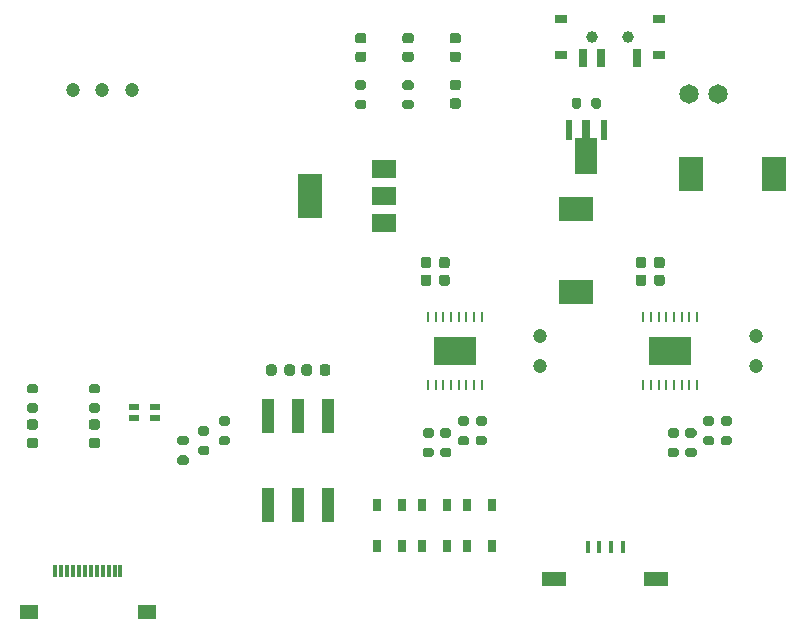
<source format=gbr>
%TF.GenerationSoftware,KiCad,Pcbnew,(5.1.10)-1*%
%TF.CreationDate,2022-02-04T20:39:48+09:00*%
%TF.ProjectId,Power,506f7765-722e-46b6-9963-61645f706362,rev?*%
%TF.SameCoordinates,Original*%
%TF.FileFunction,Soldermask,Top*%
%TF.FilePolarity,Negative*%
%FSLAX46Y46*%
G04 Gerber Fmt 4.6, Leading zero omitted, Abs format (unit mm)*
G04 Created by KiCad (PCBNEW (5.1.10)-1) date 2022-02-04 20:39:48*
%MOMM*%
%LPD*%
G01*
G04 APERTURE LIST*
%ADD10C,1.200000*%
%ADD11R,1.000000X0.800000*%
%ADD12C,1.000000*%
%ADD13R,0.700000X1.500000*%
%ADD14R,0.580000X1.730000*%
%ADD15R,0.760000X1.500000*%
%ADD16R,1.933000X3.030000*%
%ADD17R,2.000000X3.000000*%
%ADD18R,3.000000X2.000000*%
%ADD19R,0.850000X0.500000*%
%ADD20C,1.650000*%
%ADD21R,2.000000X1.300000*%
%ADD22R,0.400000X1.000000*%
%ADD23R,1.000000X3.000000*%
%ADD24R,0.650000X1.050000*%
%ADD25R,2.000000X3.800000*%
%ADD26R,2.000000X1.500000*%
%ADD27R,3.550000X2.460000*%
%ADD28R,0.290000X0.970000*%
%ADD29R,0.300000X1.000000*%
%ADD30R,1.650000X1.300000*%
G04 APERTURE END LIST*
D10*
%TO.C,J5*%
X30750000Y-3250000D03*
X30750000Y-750000D03*
%TD*%
D11*
%TO.C,SW1*%
X22550000Y23100000D03*
X22550000Y26100000D03*
X14250000Y26100000D03*
X14250000Y23100000D03*
D12*
X19900000Y24600000D03*
X16900000Y24600000D03*
D13*
X20650000Y22850000D03*
X17650000Y22850000D03*
X16150000Y22850000D03*
%TD*%
D14*
%TO.C,Q1*%
X14900000Y16692500D03*
D15*
X16400000Y16807500D03*
D14*
X17900000Y16692500D03*
D16*
X16400000Y14542500D03*
%TD*%
D17*
%TO.C,C15*%
X32250000Y13000000D03*
X25250000Y13000000D03*
%TD*%
D18*
%TO.C,C17*%
X15500000Y3000000D03*
X15500000Y10000000D03*
%TD*%
%TO.C,C7*%
G36*
G01*
X-6825000Y-3350000D02*
X-6825000Y-3850000D01*
G75*
G02*
X-7050000Y-4075000I-225000J0D01*
G01*
X-7500000Y-4075000D01*
G75*
G02*
X-7725000Y-3850000I0J225000D01*
G01*
X-7725000Y-3350000D01*
G75*
G02*
X-7500000Y-3125000I225000J0D01*
G01*
X-7050000Y-3125000D01*
G75*
G02*
X-6825000Y-3350000I0J-225000D01*
G01*
G37*
G36*
G01*
X-5275000Y-3350000D02*
X-5275000Y-3850000D01*
G75*
G02*
X-5500000Y-4075000I-225000J0D01*
G01*
X-5950000Y-4075000D01*
G75*
G02*
X-6175000Y-3850000I0J225000D01*
G01*
X-6175000Y-3350000D01*
G75*
G02*
X-5950000Y-3125000I225000J0D01*
G01*
X-5500000Y-3125000D01*
G75*
G02*
X-5275000Y-3350000I0J-225000D01*
G01*
G37*
%TD*%
%TO.C,C10*%
G36*
G01*
X-9175000Y-3850000D02*
X-9175000Y-3350000D01*
G75*
G02*
X-8950000Y-3125000I225000J0D01*
G01*
X-8500000Y-3125000D01*
G75*
G02*
X-8275000Y-3350000I0J-225000D01*
G01*
X-8275000Y-3850000D01*
G75*
G02*
X-8500000Y-4075000I-225000J0D01*
G01*
X-8950000Y-4075000D01*
G75*
G02*
X-9175000Y-3850000I0J225000D01*
G01*
G37*
G36*
G01*
X-10725000Y-3850000D02*
X-10725000Y-3350000D01*
G75*
G02*
X-10500000Y-3125000I225000J0D01*
G01*
X-10050000Y-3125000D01*
G75*
G02*
X-9825000Y-3350000I0J-225000D01*
G01*
X-9825000Y-3850000D01*
G75*
G02*
X-10050000Y-4075000I-225000J0D01*
G01*
X-10500000Y-4075000D01*
G75*
G02*
X-10725000Y-3850000I0J225000D01*
G01*
G37*
%TD*%
%TO.C,C14*%
G36*
G01*
X23025000Y5750000D02*
X23025000Y5250000D01*
G75*
G02*
X22800000Y5025000I-225000J0D01*
G01*
X22350000Y5025000D01*
G75*
G02*
X22125000Y5250000I0J225000D01*
G01*
X22125000Y5750000D01*
G75*
G02*
X22350000Y5975000I225000J0D01*
G01*
X22800000Y5975000D01*
G75*
G02*
X23025000Y5750000I0J-225000D01*
G01*
G37*
G36*
G01*
X21475000Y5750000D02*
X21475000Y5250000D01*
G75*
G02*
X21250000Y5025000I-225000J0D01*
G01*
X20800000Y5025000D01*
G75*
G02*
X20575000Y5250000I0J225000D01*
G01*
X20575000Y5750000D01*
G75*
G02*
X20800000Y5975000I225000J0D01*
G01*
X21250000Y5975000D01*
G75*
G02*
X21475000Y5750000I0J-225000D01*
G01*
G37*
%TD*%
%TO.C,C16*%
G36*
G01*
X4825000Y5750000D02*
X4825000Y5250000D01*
G75*
G02*
X4600000Y5025000I-225000J0D01*
G01*
X4150000Y5025000D01*
G75*
G02*
X3925000Y5250000I0J225000D01*
G01*
X3925000Y5750000D01*
G75*
G02*
X4150000Y5975000I225000J0D01*
G01*
X4600000Y5975000D01*
G75*
G02*
X4825000Y5750000I0J-225000D01*
G01*
G37*
G36*
G01*
X3275000Y5750000D02*
X3275000Y5250000D01*
G75*
G02*
X3050000Y5025000I-225000J0D01*
G01*
X2600000Y5025000D01*
G75*
G02*
X2375000Y5250000I0J225000D01*
G01*
X2375000Y5750000D01*
G75*
G02*
X2600000Y5975000I225000J0D01*
G01*
X3050000Y5975000D01*
G75*
G02*
X3275000Y5750000I0J-225000D01*
G01*
G37*
%TD*%
%TO.C,C18*%
G36*
G01*
X21475000Y4250000D02*
X21475000Y3750000D01*
G75*
G02*
X21250000Y3525000I-225000J0D01*
G01*
X20800000Y3525000D01*
G75*
G02*
X20575000Y3750000I0J225000D01*
G01*
X20575000Y4250000D01*
G75*
G02*
X20800000Y4475000I225000J0D01*
G01*
X21250000Y4475000D01*
G75*
G02*
X21475000Y4250000I0J-225000D01*
G01*
G37*
G36*
G01*
X23025000Y4250000D02*
X23025000Y3750000D01*
G75*
G02*
X22800000Y3525000I-225000J0D01*
G01*
X22350000Y3525000D01*
G75*
G02*
X22125000Y3750000I0J225000D01*
G01*
X22125000Y4250000D01*
G75*
G02*
X22350000Y4475000I225000J0D01*
G01*
X22800000Y4475000D01*
G75*
G02*
X23025000Y4250000I0J-225000D01*
G01*
G37*
%TD*%
%TO.C,C19*%
G36*
G01*
X4825000Y4250000D02*
X4825000Y3750000D01*
G75*
G02*
X4600000Y3525000I-225000J0D01*
G01*
X4150000Y3525000D01*
G75*
G02*
X3925000Y3750000I0J225000D01*
G01*
X3925000Y4250000D01*
G75*
G02*
X4150000Y4475000I225000J0D01*
G01*
X4600000Y4475000D01*
G75*
G02*
X4825000Y4250000I0J-225000D01*
G01*
G37*
G36*
G01*
X3275000Y4250000D02*
X3275000Y3750000D01*
G75*
G02*
X3050000Y3525000I-225000J0D01*
G01*
X2600000Y3525000D01*
G75*
G02*
X2375000Y3750000I0J225000D01*
G01*
X2375000Y4250000D01*
G75*
G02*
X2600000Y4475000I225000J0D01*
G01*
X3050000Y4475000D01*
G75*
G02*
X3275000Y4250000I0J-225000D01*
G01*
G37*
%TD*%
%TO.C,D2*%
G36*
G01*
X5043750Y23350000D02*
X5556250Y23350000D01*
G75*
G02*
X5775000Y23131250I0J-218750D01*
G01*
X5775000Y22693750D01*
G75*
G02*
X5556250Y22475000I-218750J0D01*
G01*
X5043750Y22475000D01*
G75*
G02*
X4825000Y22693750I0J218750D01*
G01*
X4825000Y23131250D01*
G75*
G02*
X5043750Y23350000I218750J0D01*
G01*
G37*
G36*
G01*
X5043750Y24925000D02*
X5556250Y24925000D01*
G75*
G02*
X5775000Y24706250I0J-218750D01*
G01*
X5775000Y24268750D01*
G75*
G02*
X5556250Y24050000I-218750J0D01*
G01*
X5043750Y24050000D01*
G75*
G02*
X4825000Y24268750I0J218750D01*
G01*
X4825000Y24706250D01*
G75*
G02*
X5043750Y24925000I218750J0D01*
G01*
G37*
%TD*%
%TO.C,D3*%
G36*
G01*
X1043750Y23350000D02*
X1556250Y23350000D01*
G75*
G02*
X1775000Y23131250I0J-218750D01*
G01*
X1775000Y22693750D01*
G75*
G02*
X1556250Y22475000I-218750J0D01*
G01*
X1043750Y22475000D01*
G75*
G02*
X825000Y22693750I0J218750D01*
G01*
X825000Y23131250D01*
G75*
G02*
X1043750Y23350000I218750J0D01*
G01*
G37*
G36*
G01*
X1043750Y24925000D02*
X1556250Y24925000D01*
G75*
G02*
X1775000Y24706250I0J-218750D01*
G01*
X1775000Y24268750D01*
G75*
G02*
X1556250Y24050000I-218750J0D01*
G01*
X1043750Y24050000D01*
G75*
G02*
X825000Y24268750I0J218750D01*
G01*
X825000Y24706250D01*
G75*
G02*
X1043750Y24925000I218750J0D01*
G01*
G37*
%TD*%
%TO.C,D4*%
G36*
G01*
X-2956250Y24925000D02*
X-2443750Y24925000D01*
G75*
G02*
X-2225000Y24706250I0J-218750D01*
G01*
X-2225000Y24268750D01*
G75*
G02*
X-2443750Y24050000I-218750J0D01*
G01*
X-2956250Y24050000D01*
G75*
G02*
X-3175000Y24268750I0J218750D01*
G01*
X-3175000Y24706250D01*
G75*
G02*
X-2956250Y24925000I218750J0D01*
G01*
G37*
G36*
G01*
X-2956250Y23350000D02*
X-2443750Y23350000D01*
G75*
G02*
X-2225000Y23131250I0J-218750D01*
G01*
X-2225000Y22693750D01*
G75*
G02*
X-2443750Y22475000I-218750J0D01*
G01*
X-2956250Y22475000D01*
G75*
G02*
X-3175000Y22693750I0J218750D01*
G01*
X-3175000Y23131250D01*
G75*
G02*
X-2956250Y23350000I218750J0D01*
G01*
G37*
%TD*%
D19*
%TO.C,D5*%
X-21875000Y-6700000D03*
X-20125000Y-6700000D03*
X-20125000Y-7700000D03*
X-21875000Y-7700000D03*
%TD*%
%TO.C,D6*%
G36*
G01*
X-24993750Y-8650000D02*
X-25506250Y-8650000D01*
G75*
G02*
X-25725000Y-8431250I0J218750D01*
G01*
X-25725000Y-7993750D01*
G75*
G02*
X-25506250Y-7775000I218750J0D01*
G01*
X-24993750Y-7775000D01*
G75*
G02*
X-24775000Y-7993750I0J-218750D01*
G01*
X-24775000Y-8431250D01*
G75*
G02*
X-24993750Y-8650000I-218750J0D01*
G01*
G37*
G36*
G01*
X-24993750Y-10225000D02*
X-25506250Y-10225000D01*
G75*
G02*
X-25725000Y-10006250I0J218750D01*
G01*
X-25725000Y-9568750D01*
G75*
G02*
X-25506250Y-9350000I218750J0D01*
G01*
X-24993750Y-9350000D01*
G75*
G02*
X-24775000Y-9568750I0J-218750D01*
G01*
X-24775000Y-10006250D01*
G75*
G02*
X-24993750Y-10225000I-218750J0D01*
G01*
G37*
%TD*%
%TO.C,D7*%
G36*
G01*
X-30243750Y-10225000D02*
X-30756250Y-10225000D01*
G75*
G02*
X-30975000Y-10006250I0J218750D01*
G01*
X-30975000Y-9568750D01*
G75*
G02*
X-30756250Y-9350000I218750J0D01*
G01*
X-30243750Y-9350000D01*
G75*
G02*
X-30025000Y-9568750I0J-218750D01*
G01*
X-30025000Y-10006250D01*
G75*
G02*
X-30243750Y-10225000I-218750J0D01*
G01*
G37*
G36*
G01*
X-30243750Y-8650000D02*
X-30756250Y-8650000D01*
G75*
G02*
X-30975000Y-8431250I0J218750D01*
G01*
X-30975000Y-7993750D01*
G75*
G02*
X-30756250Y-7775000I218750J0D01*
G01*
X-30243750Y-7775000D01*
G75*
G02*
X-30025000Y-7993750I0J-218750D01*
G01*
X-30025000Y-8431250D01*
G75*
G02*
X-30243750Y-8650000I-218750J0D01*
G01*
G37*
%TD*%
D20*
%TO.C,J1*%
X25050000Y19800000D03*
X27550000Y19800000D03*
%TD*%
D10*
%TO.C,J2*%
X-22100000Y20100000D03*
X-24600000Y20100000D03*
X-27100000Y20100000D03*
%TD*%
D21*
%TO.C,J3*%
X13700000Y-21290000D03*
X22300000Y-21290000D03*
D22*
X16500000Y-18590000D03*
X17500000Y-18590000D03*
X18500000Y-18590000D03*
X19500000Y-18590000D03*
%TD*%
D10*
%TO.C,J6*%
X12500000Y-750000D03*
X12500000Y-3250000D03*
%TD*%
%TO.C,R1*%
G36*
G01*
X15975000Y19275000D02*
X15975000Y18725000D01*
G75*
G02*
X15775000Y18525000I-200000J0D01*
G01*
X15375000Y18525000D01*
G75*
G02*
X15175000Y18725000I0J200000D01*
G01*
X15175000Y19275000D01*
G75*
G02*
X15375000Y19475000I200000J0D01*
G01*
X15775000Y19475000D01*
G75*
G02*
X15975000Y19275000I0J-200000D01*
G01*
G37*
G36*
G01*
X17625000Y19275000D02*
X17625000Y18725000D01*
G75*
G02*
X17425000Y18525000I-200000J0D01*
G01*
X17025000Y18525000D01*
G75*
G02*
X16825000Y18725000I0J200000D01*
G01*
X16825000Y19275000D01*
G75*
G02*
X17025000Y19475000I200000J0D01*
G01*
X17425000Y19475000D01*
G75*
G02*
X17625000Y19275000I0J-200000D01*
G01*
G37*
%TD*%
%TO.C,R2*%
G36*
G01*
X5556250Y18525000D02*
X5043750Y18525000D01*
G75*
G02*
X4825000Y18743750I0J218750D01*
G01*
X4825000Y19181250D01*
G75*
G02*
X5043750Y19400000I218750J0D01*
G01*
X5556250Y19400000D01*
G75*
G02*
X5775000Y19181250I0J-218750D01*
G01*
X5775000Y18743750D01*
G75*
G02*
X5556250Y18525000I-218750J0D01*
G01*
G37*
G36*
G01*
X5556250Y20100000D02*
X5043750Y20100000D01*
G75*
G02*
X4825000Y20318750I0J218750D01*
G01*
X4825000Y20756250D01*
G75*
G02*
X5043750Y20975000I218750J0D01*
G01*
X5556250Y20975000D01*
G75*
G02*
X5775000Y20756250I0J-218750D01*
G01*
X5775000Y20318750D01*
G75*
G02*
X5556250Y20100000I-218750J0D01*
G01*
G37*
%TD*%
%TO.C,R3*%
G36*
G01*
X1575000Y20125000D02*
X1025000Y20125000D01*
G75*
G02*
X825000Y20325000I0J200000D01*
G01*
X825000Y20725000D01*
G75*
G02*
X1025000Y20925000I200000J0D01*
G01*
X1575000Y20925000D01*
G75*
G02*
X1775000Y20725000I0J-200000D01*
G01*
X1775000Y20325000D01*
G75*
G02*
X1575000Y20125000I-200000J0D01*
G01*
G37*
G36*
G01*
X1575000Y18475000D02*
X1025000Y18475000D01*
G75*
G02*
X825000Y18675000I0J200000D01*
G01*
X825000Y19075000D01*
G75*
G02*
X1025000Y19275000I200000J0D01*
G01*
X1575000Y19275000D01*
G75*
G02*
X1775000Y19075000I0J-200000D01*
G01*
X1775000Y18675000D01*
G75*
G02*
X1575000Y18475000I-200000J0D01*
G01*
G37*
%TD*%
%TO.C,R4*%
G36*
G01*
X-2425000Y18475000D02*
X-2975000Y18475000D01*
G75*
G02*
X-3175000Y18675000I0J200000D01*
G01*
X-3175000Y19075000D01*
G75*
G02*
X-2975000Y19275000I200000J0D01*
G01*
X-2425000Y19275000D01*
G75*
G02*
X-2225000Y19075000I0J-200000D01*
G01*
X-2225000Y18675000D01*
G75*
G02*
X-2425000Y18475000I-200000J0D01*
G01*
G37*
G36*
G01*
X-2425000Y20125000D02*
X-2975000Y20125000D01*
G75*
G02*
X-3175000Y20325000I0J200000D01*
G01*
X-3175000Y20725000D01*
G75*
G02*
X-2975000Y20925000I200000J0D01*
G01*
X-2425000Y20925000D01*
G75*
G02*
X-2225000Y20725000I0J-200000D01*
G01*
X-2225000Y20325000D01*
G75*
G02*
X-2425000Y20125000I-200000J0D01*
G01*
G37*
%TD*%
%TO.C,R8*%
G36*
G01*
X24025000Y-9325000D02*
X23475000Y-9325000D01*
G75*
G02*
X23275000Y-9125000I0J200000D01*
G01*
X23275000Y-8725000D01*
G75*
G02*
X23475000Y-8525000I200000J0D01*
G01*
X24025000Y-8525000D01*
G75*
G02*
X24225000Y-8725000I0J-200000D01*
G01*
X24225000Y-9125000D01*
G75*
G02*
X24025000Y-9325000I-200000J0D01*
G01*
G37*
G36*
G01*
X24025000Y-10975000D02*
X23475000Y-10975000D01*
G75*
G02*
X23275000Y-10775000I0J200000D01*
G01*
X23275000Y-10375000D01*
G75*
G02*
X23475000Y-10175000I200000J0D01*
G01*
X24025000Y-10175000D01*
G75*
G02*
X24225000Y-10375000I0J-200000D01*
G01*
X24225000Y-10775000D01*
G75*
G02*
X24025000Y-10975000I-200000J0D01*
G01*
G37*
%TD*%
%TO.C,R9*%
G36*
G01*
X3275000Y-9325000D02*
X2725000Y-9325000D01*
G75*
G02*
X2525000Y-9125000I0J200000D01*
G01*
X2525000Y-8725000D01*
G75*
G02*
X2725000Y-8525000I200000J0D01*
G01*
X3275000Y-8525000D01*
G75*
G02*
X3475000Y-8725000I0J-200000D01*
G01*
X3475000Y-9125000D01*
G75*
G02*
X3275000Y-9325000I-200000J0D01*
G01*
G37*
G36*
G01*
X3275000Y-10975000D02*
X2725000Y-10975000D01*
G75*
G02*
X2525000Y-10775000I0J200000D01*
G01*
X2525000Y-10375000D01*
G75*
G02*
X2725000Y-10175000I200000J0D01*
G01*
X3275000Y-10175000D01*
G75*
G02*
X3475000Y-10375000I0J-200000D01*
G01*
X3475000Y-10775000D01*
G75*
G02*
X3275000Y-10975000I-200000J0D01*
G01*
G37*
%TD*%
%TO.C,R10*%
G36*
G01*
X4775000Y-10975000D02*
X4225000Y-10975000D01*
G75*
G02*
X4025000Y-10775000I0J200000D01*
G01*
X4025000Y-10375000D01*
G75*
G02*
X4225000Y-10175000I200000J0D01*
G01*
X4775000Y-10175000D01*
G75*
G02*
X4975000Y-10375000I0J-200000D01*
G01*
X4975000Y-10775000D01*
G75*
G02*
X4775000Y-10975000I-200000J0D01*
G01*
G37*
G36*
G01*
X4775000Y-9325000D02*
X4225000Y-9325000D01*
G75*
G02*
X4025000Y-9125000I0J200000D01*
G01*
X4025000Y-8725000D01*
G75*
G02*
X4225000Y-8525000I200000J0D01*
G01*
X4775000Y-8525000D01*
G75*
G02*
X4975000Y-8725000I0J-200000D01*
G01*
X4975000Y-9125000D01*
G75*
G02*
X4775000Y-9325000I-200000J0D01*
G01*
G37*
%TD*%
%TO.C,R11*%
G36*
G01*
X-25525000Y-6425000D02*
X-24975000Y-6425000D01*
G75*
G02*
X-24775000Y-6625000I0J-200000D01*
G01*
X-24775000Y-7025000D01*
G75*
G02*
X-24975000Y-7225000I-200000J0D01*
G01*
X-25525000Y-7225000D01*
G75*
G02*
X-25725000Y-7025000I0J200000D01*
G01*
X-25725000Y-6625000D01*
G75*
G02*
X-25525000Y-6425000I200000J0D01*
G01*
G37*
G36*
G01*
X-25525000Y-4775000D02*
X-24975000Y-4775000D01*
G75*
G02*
X-24775000Y-4975000I0J-200000D01*
G01*
X-24775000Y-5375000D01*
G75*
G02*
X-24975000Y-5575000I-200000J0D01*
G01*
X-25525000Y-5575000D01*
G75*
G02*
X-25725000Y-5375000I0J200000D01*
G01*
X-25725000Y-4975000D01*
G75*
G02*
X-25525000Y-4775000I200000J0D01*
G01*
G37*
%TD*%
%TO.C,R12*%
G36*
G01*
X-30775000Y-4775000D02*
X-30225000Y-4775000D01*
G75*
G02*
X-30025000Y-4975000I0J-200000D01*
G01*
X-30025000Y-5375000D01*
G75*
G02*
X-30225000Y-5575000I-200000J0D01*
G01*
X-30775000Y-5575000D01*
G75*
G02*
X-30975000Y-5375000I0J200000D01*
G01*
X-30975000Y-4975000D01*
G75*
G02*
X-30775000Y-4775000I200000J0D01*
G01*
G37*
G36*
G01*
X-30775000Y-6425000D02*
X-30225000Y-6425000D01*
G75*
G02*
X-30025000Y-6625000I0J-200000D01*
G01*
X-30025000Y-7025000D01*
G75*
G02*
X-30225000Y-7225000I-200000J0D01*
G01*
X-30775000Y-7225000D01*
G75*
G02*
X-30975000Y-7025000I0J200000D01*
G01*
X-30975000Y-6625000D01*
G75*
G02*
X-30775000Y-6425000I200000J0D01*
G01*
G37*
%TD*%
%TO.C,R13*%
G36*
G01*
X25525000Y-9325000D02*
X24975000Y-9325000D01*
G75*
G02*
X24775000Y-9125000I0J200000D01*
G01*
X24775000Y-8725000D01*
G75*
G02*
X24975000Y-8525000I200000J0D01*
G01*
X25525000Y-8525000D01*
G75*
G02*
X25725000Y-8725000I0J-200000D01*
G01*
X25725000Y-9125000D01*
G75*
G02*
X25525000Y-9325000I-200000J0D01*
G01*
G37*
G36*
G01*
X25525000Y-10975000D02*
X24975000Y-10975000D01*
G75*
G02*
X24775000Y-10775000I0J200000D01*
G01*
X24775000Y-10375000D01*
G75*
G02*
X24975000Y-10175000I200000J0D01*
G01*
X25525000Y-10175000D01*
G75*
G02*
X25725000Y-10375000I0J-200000D01*
G01*
X25725000Y-10775000D01*
G75*
G02*
X25525000Y-10975000I-200000J0D01*
G01*
G37*
%TD*%
%TO.C,R14*%
G36*
G01*
X5725000Y-7525000D02*
X6275000Y-7525000D01*
G75*
G02*
X6475000Y-7725000I0J-200000D01*
G01*
X6475000Y-8125000D01*
G75*
G02*
X6275000Y-8325000I-200000J0D01*
G01*
X5725000Y-8325000D01*
G75*
G02*
X5525000Y-8125000I0J200000D01*
G01*
X5525000Y-7725000D01*
G75*
G02*
X5725000Y-7525000I200000J0D01*
G01*
G37*
G36*
G01*
X5725000Y-9175000D02*
X6275000Y-9175000D01*
G75*
G02*
X6475000Y-9375000I0J-200000D01*
G01*
X6475000Y-9775000D01*
G75*
G02*
X6275000Y-9975000I-200000J0D01*
G01*
X5725000Y-9975000D01*
G75*
G02*
X5525000Y-9775000I0J200000D01*
G01*
X5525000Y-9375000D01*
G75*
G02*
X5725000Y-9175000I200000J0D01*
G01*
G37*
%TD*%
%TO.C,R15*%
G36*
G01*
X27975000Y-7525000D02*
X28525000Y-7525000D01*
G75*
G02*
X28725000Y-7725000I0J-200000D01*
G01*
X28725000Y-8125000D01*
G75*
G02*
X28525000Y-8325000I-200000J0D01*
G01*
X27975000Y-8325000D01*
G75*
G02*
X27775000Y-8125000I0J200000D01*
G01*
X27775000Y-7725000D01*
G75*
G02*
X27975000Y-7525000I200000J0D01*
G01*
G37*
G36*
G01*
X27975000Y-9175000D02*
X28525000Y-9175000D01*
G75*
G02*
X28725000Y-9375000I0J-200000D01*
G01*
X28725000Y-9775000D01*
G75*
G02*
X28525000Y-9975000I-200000J0D01*
G01*
X27975000Y-9975000D01*
G75*
G02*
X27775000Y-9775000I0J200000D01*
G01*
X27775000Y-9375000D01*
G75*
G02*
X27975000Y-9175000I200000J0D01*
G01*
G37*
%TD*%
%TO.C,R16*%
G36*
G01*
X7225000Y-7525000D02*
X7775000Y-7525000D01*
G75*
G02*
X7975000Y-7725000I0J-200000D01*
G01*
X7975000Y-8125000D01*
G75*
G02*
X7775000Y-8325000I-200000J0D01*
G01*
X7225000Y-8325000D01*
G75*
G02*
X7025000Y-8125000I0J200000D01*
G01*
X7025000Y-7725000D01*
G75*
G02*
X7225000Y-7525000I200000J0D01*
G01*
G37*
G36*
G01*
X7225000Y-9175000D02*
X7775000Y-9175000D01*
G75*
G02*
X7975000Y-9375000I0J-200000D01*
G01*
X7975000Y-9775000D01*
G75*
G02*
X7775000Y-9975000I-200000J0D01*
G01*
X7225000Y-9975000D01*
G75*
G02*
X7025000Y-9775000I0J200000D01*
G01*
X7025000Y-9375000D01*
G75*
G02*
X7225000Y-9175000I200000J0D01*
G01*
G37*
%TD*%
%TO.C,R17*%
G36*
G01*
X-14525000Y-9175000D02*
X-13975000Y-9175000D01*
G75*
G02*
X-13775000Y-9375000I0J-200000D01*
G01*
X-13775000Y-9775000D01*
G75*
G02*
X-13975000Y-9975000I-200000J0D01*
G01*
X-14525000Y-9975000D01*
G75*
G02*
X-14725000Y-9775000I0J200000D01*
G01*
X-14725000Y-9375000D01*
G75*
G02*
X-14525000Y-9175000I200000J0D01*
G01*
G37*
G36*
G01*
X-14525000Y-7525000D02*
X-13975000Y-7525000D01*
G75*
G02*
X-13775000Y-7725000I0J-200000D01*
G01*
X-13775000Y-8125000D01*
G75*
G02*
X-13975000Y-8325000I-200000J0D01*
G01*
X-14525000Y-8325000D01*
G75*
G02*
X-14725000Y-8125000I0J200000D01*
G01*
X-14725000Y-7725000D01*
G75*
G02*
X-14525000Y-7525000I200000J0D01*
G01*
G37*
%TD*%
%TO.C,R18*%
G36*
G01*
X-16275000Y-8375000D02*
X-15725000Y-8375000D01*
G75*
G02*
X-15525000Y-8575000I0J-200000D01*
G01*
X-15525000Y-8975000D01*
G75*
G02*
X-15725000Y-9175000I-200000J0D01*
G01*
X-16275000Y-9175000D01*
G75*
G02*
X-16475000Y-8975000I0J200000D01*
G01*
X-16475000Y-8575000D01*
G75*
G02*
X-16275000Y-8375000I200000J0D01*
G01*
G37*
G36*
G01*
X-16275000Y-10025000D02*
X-15725000Y-10025000D01*
G75*
G02*
X-15525000Y-10225000I0J-200000D01*
G01*
X-15525000Y-10625000D01*
G75*
G02*
X-15725000Y-10825000I-200000J0D01*
G01*
X-16275000Y-10825000D01*
G75*
G02*
X-16475000Y-10625000I0J200000D01*
G01*
X-16475000Y-10225000D01*
G75*
G02*
X-16275000Y-10025000I200000J0D01*
G01*
G37*
%TD*%
%TO.C,R19*%
G36*
G01*
X-18025000Y-9175000D02*
X-17475000Y-9175000D01*
G75*
G02*
X-17275000Y-9375000I0J-200000D01*
G01*
X-17275000Y-9775000D01*
G75*
G02*
X-17475000Y-9975000I-200000J0D01*
G01*
X-18025000Y-9975000D01*
G75*
G02*
X-18225000Y-9775000I0J200000D01*
G01*
X-18225000Y-9375000D01*
G75*
G02*
X-18025000Y-9175000I200000J0D01*
G01*
G37*
G36*
G01*
X-18025000Y-10825000D02*
X-17475000Y-10825000D01*
G75*
G02*
X-17275000Y-11025000I0J-200000D01*
G01*
X-17275000Y-11425000D01*
G75*
G02*
X-17475000Y-11625000I-200000J0D01*
G01*
X-18025000Y-11625000D01*
G75*
G02*
X-18225000Y-11425000I0J200000D01*
G01*
X-18225000Y-11025000D01*
G75*
G02*
X-18025000Y-10825000I200000J0D01*
G01*
G37*
%TD*%
%TO.C,R20*%
G36*
G01*
X26475000Y-7525000D02*
X27025000Y-7525000D01*
G75*
G02*
X27225000Y-7725000I0J-200000D01*
G01*
X27225000Y-8125000D01*
G75*
G02*
X27025000Y-8325000I-200000J0D01*
G01*
X26475000Y-8325000D01*
G75*
G02*
X26275000Y-8125000I0J200000D01*
G01*
X26275000Y-7725000D01*
G75*
G02*
X26475000Y-7525000I200000J0D01*
G01*
G37*
G36*
G01*
X26475000Y-9175000D02*
X27025000Y-9175000D01*
G75*
G02*
X27225000Y-9375000I0J-200000D01*
G01*
X27225000Y-9775000D01*
G75*
G02*
X27025000Y-9975000I-200000J0D01*
G01*
X26475000Y-9975000D01*
G75*
G02*
X26275000Y-9775000I0J200000D01*
G01*
X26275000Y-9375000D01*
G75*
G02*
X26475000Y-9175000I200000J0D01*
G01*
G37*
%TD*%
D23*
%TO.C,SW2*%
X-5460000Y-7500000D03*
X-10540000Y-15000000D03*
X-8000000Y-15000000D03*
X-10540000Y-7500000D03*
X-5460000Y-15000000D03*
X-8000000Y-7500000D03*
%TD*%
D24*
%TO.C,SW3*%
X8400000Y-15067500D03*
X8400000Y-18532500D03*
X6300000Y-15067500D03*
X6300000Y-18532500D03*
%TD*%
%TO.C,SW4*%
X2500000Y-18532500D03*
X2500000Y-15067500D03*
X4600000Y-18532500D03*
X4600000Y-15067500D03*
%TD*%
%TO.C,SW5*%
X800000Y-15017500D03*
X800000Y-18482500D03*
X-1300000Y-15017500D03*
X-1300000Y-18482500D03*
%TD*%
D25*
%TO.C,U2*%
X-7000000Y11150000D03*
D26*
X-700000Y11150000D03*
X-700000Y13450000D03*
X-700000Y8850000D03*
%TD*%
D27*
%TO.C,U3*%
X23500000Y-2000000D03*
D28*
X21225000Y860000D03*
X21875000Y860000D03*
X22525000Y860000D03*
X23175000Y860000D03*
X23825000Y860000D03*
X24475000Y860000D03*
X25125000Y860000D03*
X25775000Y860000D03*
X25775000Y-4860000D03*
X25125000Y-4860000D03*
X24475000Y-4860000D03*
X23825000Y-4860000D03*
X23175000Y-4860000D03*
X22525000Y-4860000D03*
X21875000Y-4860000D03*
X21225000Y-4860000D03*
%TD*%
D27*
%TO.C,U4*%
X5250000Y-2000000D03*
D28*
X2975000Y860000D03*
X3625000Y860000D03*
X4275000Y860000D03*
X4925000Y860000D03*
X5575000Y860000D03*
X6225000Y860000D03*
X6875000Y860000D03*
X7525000Y860000D03*
X7525000Y-4860000D03*
X6875000Y-4860000D03*
X6225000Y-4860000D03*
X5575000Y-4860000D03*
X4925000Y-4860000D03*
X4275000Y-4860000D03*
X3625000Y-4860000D03*
X2975000Y-4860000D03*
%TD*%
D29*
%TO.C,J4*%
X-28550000Y-20650000D03*
X-28050000Y-20650000D03*
X-27550000Y-20650000D03*
X-27050000Y-20650000D03*
X-26550000Y-20650000D03*
X-26050000Y-20650000D03*
X-25550000Y-20650000D03*
X-25050000Y-20650000D03*
X-24550000Y-20650000D03*
X-24050000Y-20650000D03*
X-23550000Y-20650000D03*
X-23050000Y-20650000D03*
D30*
X-30800000Y-24100000D03*
X-20800000Y-24100000D03*
%TD*%
M02*

</source>
